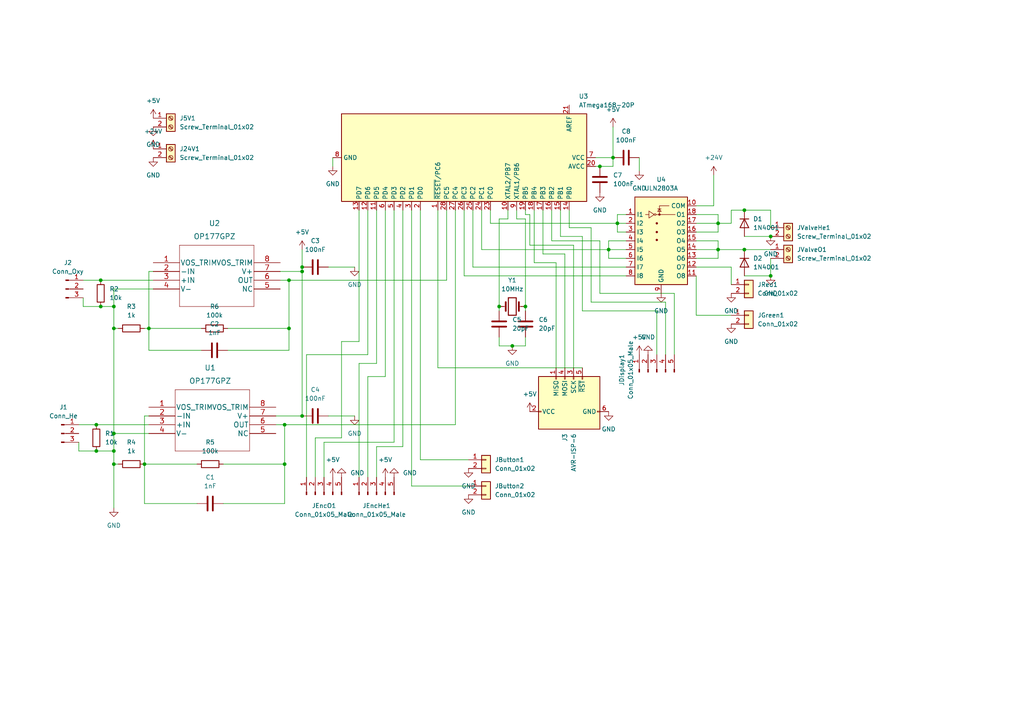
<source format=kicad_sch>
(kicad_sch (version 20211123) (generator eeschema)
  (paper "A4")
  (title_block (title "BlenderBrain") (date "2022-11-13") (rev "1"))
  (lib_symbols
    (symbol "2022-11-13_20-19-24:OP177GPZ" (pin_names (offset 0.254))
      (property "Reference" "U1" (at 38.1 11.43 0))
      (property "Value" "OP177GPZ" (at 38.1 7.62 0))
      (symbol "OP177GPZ_1_1"
        (polyline (pts (xy 27.94 -12.7) (xy 49.53 -12.7)) (stroke (width 0.127)))
        (polyline (pts (xy 27.94 5.08) (xy 27.94 -12.7)) (stroke (width 0.127)))
        (polyline (pts (xy 49.53 -12.7) (xy 49.53 5.08)) (stroke (width 0.127)))
        (polyline (pts (xy 49.53 5.08) (xy 27.94 5.08)) (stroke (width 0.127)))
        (pin unspecified line (at 20.32 0 0) (length 7.62) (name "VOS_TRIM") (number "1"))
        (pin unspecified line (at 20.32 -2.54 0) (length 7.62) (name "-IN") (number "2"))
        (pin unspecified line (at 20.32 -5.08 0) (length 7.62) (name "+IN") (number "3"))
        (pin power_in line (at 20.32 -7.62 0) (length 7.62) (name "V-") (number "4"))
        (pin unspecified line (at 57.15 -7.62 180) (length 7.62) (name "NC") (number "5"))
        (pin unspecified line (at 57.15 -5.08 180) (length 7.62) (name "OUT") (number "6"))
        (pin power_in line (at 57.15 -2.54 180) (length 7.62) (name "V+") (number "7"))
        (pin power_in line (at 57.15 0 180) (length 7.62) (name "VOS_TRIM") (number "8"))
      )
    )
    (symbol "Connector:AVR-ISP-6" (pin_names (offset 1.016))
      (property "Reference" "J" (at -6.35 11.43 0))
      (property "Value" "AVR-ISP-6" (at 0 11.43 0))
      (symbol "AVR-ISP-6_0_1"
        (rectangle (start -2.667 -6.858) (end -2.413 -7.62))
        (rectangle (start -2.667 10.16) (end -2.413 9.398))
        (rectangle (start 7.62 -2.413) (end 6.858 -2.667))
        (rectangle (start 7.62 0.127) (end 6.858 -0.127))
        (rectangle (start 7.62 2.667) (end 6.858 2.413))
        (rectangle (start 7.62 5.207) (end 6.858 4.953))
        (rectangle (start 7.62 10.16) (end -7.62 -7.62) (stroke (width 0.254)) (fill (type background)))
      )
      (symbol "AVR-ISP-6_1_1"
        (pin passive line (at 10.16 5.08 180) (length 2.54) (name "MISO") (number "1"))
        (pin passive line (at -2.54 12.7 270) (length 2.54) (name "VCC") (number "2"))
        (pin passive line (at 10.16 0 180) (length 2.54) (name "SCK") (number "3"))
        (pin passive line (at 10.16 2.54 180) (length 2.54) (name "MOSI") (number "4"))
        (pin passive line (at 10.16 -2.54 180) (length 2.54) (name "~{RST}") (number "5"))
        (pin passive line (at -2.54 -10.16 90) (length 2.54) (name "GND") (number "6"))
      )
    )
    (symbol "Connector:Conn_01x03_Male" (pin_names (offset 1.016) hide)
      (property "Reference" "J" (at 0 5.08 0))
      (property "Value" "Conn_01x03_Male" (at 0 -5.08 0))
      (symbol "Conn_01x03_Male_1_1"
        (polyline (pts (xy 1.27 -2.54) (xy 0.8636 -2.54)) (stroke (width 0.1524)))
        (polyline (pts (xy 1.27 0) (xy 0.8636 0)) (stroke (width 0.1524)))
        (polyline (pts (xy 1.27 2.54) (xy 0.8636 2.54)) (stroke (width 0.1524)))
        (rectangle (start 0.8636 -2.413) (end 0 -2.667) (stroke (width 0.1524)) (fill (type outline)))
        (rectangle (start 0.8636 0.127) (end 0 -0.127) (stroke (width 0.1524)) (fill (type outline)))
        (rectangle (start 0.8636 2.667) (end 0 2.413) (stroke (width 0.1524)) (fill (type outline)))
        (pin passive line (at 5.08 2.54 180) (length 3.81) (name "Pin_1") (number "1"))
        (pin passive line (at 5.08 0 180) (length 3.81) (name "Pin_2") (number "2"))
        (pin passive line (at 5.08 -2.54 180) (length 3.81) (name "Pin_3") (number "3"))
      )
    )
    (symbol "Connector:Conn_01x05_Male" (pin_names (offset 1.016) hide)
      (property "Reference" "J" (at 0 7.62 0))
      (property "Value" "Conn_01x05_Male" (at 0 -7.62 0))
      (symbol "Conn_01x05_Male_1_1"
        (polyline (pts (xy 1.27 -5.08) (xy 0.8636 -5.08)) (stroke (width 0.1524)))
        (polyline (pts (xy 1.27 -2.54) (xy 0.8636 -2.54)) (stroke (width 0.1524)))
        (polyline (pts (xy 1.27 0) (xy 0.8636 0)) (stroke (width 0.1524)))
        (polyline (pts (xy 1.27 2.54) (xy 0.8636 2.54)) (stroke (width 0.1524)))
        (polyline (pts (xy 1.27 5.08) (xy 0.8636 5.08)) (stroke (width 0.1524)))
        (rectangle (start 0.8636 -4.953) (end 0 -5.207) (stroke (width 0.1524)) (fill (type outline)))
        (rectangle (start 0.8636 -2.413) (end 0 -2.667) (stroke (width 0.1524)) (fill (type outline)))
        (rectangle (start 0.8636 0.127) (end 0 -0.127) (stroke (width 0.1524)) (fill (type outline)))
        (rectangle (start 0.8636 2.667) (end 0 2.413) (stroke (width 0.1524)) (fill (type outline)))
        (rectangle (start 0.8636 5.207) (end 0 4.953) (stroke (width 0.1524)) (fill (type outline)))
        (pin passive line (at 5.08 5.08 180) (length 3.81) (name "Pin_1") (number "1"))
        (pin passive line (at 5.08 2.54 180) (length 3.81) (name "Pin_2") (number "2"))
        (pin passive line (at 5.08 0 180) (length 3.81) (name "Pin_3") (number "3"))
        (pin passive line (at 5.08 -2.54 180) (length 3.81) (name "Pin_4") (number "4"))
        (pin passive line (at 5.08 -5.08 180) (length 3.81) (name "Pin_5") (number "5"))
      )
    )
    (symbol "Connector:Screw_Terminal_01x02" (pin_names (offset 1.016) hide)
      (property "Reference" "J" (at 0 2.54 0))
      (property "Value" "Screw_Terminal_01x02" (at 0 -5.08 0))
      (symbol "Screw_Terminal_01x02_1_1"
        (rectangle (start -1.27 1.27) (end 1.27 -3.81) (stroke (width 0.254)) (fill (type background)))
        (circle (center 0 -2.54) (radius 0.635) (stroke (width 0.1524)))
        (polyline (pts (xy -0.5334 -2.2098) (xy 0.3302 -3.048)) (stroke (width 0.1524)))
        (polyline (pts (xy -0.5334 0.3302) (xy 0.3302 -0.508)) (stroke (width 0.1524)))
        (polyline (pts (xy -0.3556 -2.032) (xy 0.508 -2.8702)) (stroke (width 0.1524)))
        (polyline (pts (xy -0.3556 0.508) (xy 0.508 -0.3302)) (stroke (width 0.1524)))
        (circle (center 0 0) (radius 0.635) (stroke (width 0.1524)))
        (pin passive line (at -5.08 0 0) (length 3.81) (name "Pin_1") (number "1"))
        (pin passive line (at -5.08 -2.54 0) (length 3.81) (name "Pin_2") (number "2"))
      )
    )
    (symbol "Connector_Generic:Conn_01x02" (pin_names (offset 1.016) hide)
      (property "Reference" "J" (at 0 2.54 0))
      (property "Value" "Conn_01x02" (at 0 -5.08 0))
      (symbol "Conn_01x02_1_1"
        (rectangle (start -1.27 -2.413) (end 0 -2.667) (stroke (width 0.1524)))
        (rectangle (start -1.27 0.127) (end 0 -0.127) (stroke (width 0.1524)))
        (rectangle (start -1.27 1.27) (end 1.27 -3.81) (stroke (width 0.254)) (fill (type background)))
        (pin passive line (at -5.08 0 0) (length 3.81) (name "Pin_1") (number "1"))
        (pin passive line (at -5.08 -2.54 0) (length 3.81) (name "Pin_2") (number "2"))
      )
    )
    (symbol "Device:C" (pin_numbers hide) (pin_names (offset 0.254))
      (property "Reference" "C" (at 0.635 2.54 0))
      (property "Value" "C" (at 0.635 -2.54 0))
      (symbol "C_0_1"
        (polyline (pts (xy -2.032 -0.762) (xy 2.032 -0.762)) (stroke (width 0.508)))
        (polyline (pts (xy -2.032 0.762) (xy 2.032 0.762)) (stroke (width 0.508)))
      )
      (symbol "C_1_1"
        (pin passive line (at 0 3.81 270) (length 2.794) (name "~") (number "1"))
        (pin passive line (at 0 -3.81 90) (length 2.794) (name "~") (number "2"))
      )
    )
    (symbol "Device:Crystal" (pin_numbers hide) (pin_names (offset 1.016) hide)
      (property "Reference" "Y" (at 0 3.81 0))
      (property "Value" "Crystal" (at 0 -3.81 0))
      (symbol "Crystal_0_1"
        (rectangle (start -1.143 2.54) (end 1.143 -2.54) (stroke (width 0.3048)))
        (polyline (pts (xy -2.54 0) (xy -1.905 0)))
        (polyline (pts (xy -1.905 -1.27) (xy -1.905 1.27)) (stroke (width 0.508)))
        (polyline (pts (xy 1.905 -1.27) (xy 1.905 1.27)) (stroke (width 0.508)))
        (polyline (pts (xy 2.54 0) (xy 1.905 0)))
      )
      (symbol "Crystal_1_1"
        (pin passive line (at -3.81 0 0) (length 1.27) (name "1") (number "1"))
        (pin passive line (at 3.81 0 180) (length 1.27) (name "2") (number "2"))
      )
    )
    (symbol "Device:R" (pin_numbers hide) (pin_names (offset 0))
      (property "Reference" "R" (at 2.032 0 90))
      (property "Value" "R" (at 0 0 90))
      (symbol "R_0_1"
        (rectangle (start -1.016 -2.54) (end 1.016 2.54) (stroke (width 0.254)))
      )
      (symbol "R_1_1"
        (pin passive line (at 0 3.81 270) (length 1.27) (name "~") (number "1"))
        (pin passive line (at 0 -3.81 90) (length 1.27) (name "~") (number "2"))
      )
    )
    (symbol "Diode:1N4001" (pin_numbers hide) (pin_names hide)
      (property "Reference" "D" (at 0 2.54 0))
      (property "Value" "1N4001" (at 0 -2.54 0))
      (symbol "1N4001_0_1"
        (polyline (pts (xy -1.27 1.27) (xy -1.27 -1.27)) (stroke (width 0.254)))
        (polyline (pts (xy 1.27 0) (xy -1.27 0)))
        (polyline (pts (xy 1.27 1.27) (xy 1.27 -1.27) (xy -1.27 0) (xy 1.27 1.27)) (stroke (width 0.254)))
      )
      (symbol "1N4001_1_1"
        (pin passive line (at -3.81 0 0) (length 2.54) (name "K") (number "1"))
        (pin passive line (at 3.81 0 180) (length 2.54) (name "A") (number "2"))
      )
    )
    (symbol "MCU_Microchip_ATmega:ATmega168-20P"
      (property "Reference" "U" (at -12.7 36.83 0))
      (property "Value" "ATmega168-20P" (at 2.54 -36.83 0))
      (symbol "ATmega168-20P_0_1"
        (rectangle (start -12.7 -35.56) (end 12.7 35.56) (stroke (width 0.254)) (fill (type background)))
      )
      (symbol "ATmega168-20P_1_1"
        (pin bidirectional line (at 15.24 -7.62 180) (length 2.54) (name "~{RESET}/PC6") (number "1"))
        (pin bidirectional line (at 15.24 12.7 180) (length 2.54) (name "XTAL2/PB7") (number "10"))
        (pin bidirectional line (at 15.24 -25.4 180) (length 2.54) (name "PD5") (number "11"))
        (pin bidirectional line (at 15.24 -27.94 180) (length 2.54) (name "PD6") (number "12"))
        (pin bidirectional line (at 15.24 -30.48 180) (length 2.54) (name "PD7") (number "13"))
        (pin bidirectional line (at 15.24 30.48 180) (length 2.54) (name "PB0") (number "14"))
        (pin bidirectional line (at 15.24 27.94 180) (length 2.54) (name "PB1") (number "15"))
        (pin bidirectional line (at 15.24 25.4 180) (length 2.54) (name "PB2") (number "16"))
        (pin bidirectional line (at 15.24 22.86 180) (length 2.54) (name "PB3") (number "17"))
        (pin bidirectional line (at 15.24 20.32 180) (length 2.54) (name "PB4") (number "18"))
        (pin bidirectional line (at 15.24 17.78 180) (length 2.54) (name "PB5") (number "19"))
        (pin bidirectional line (at 15.24 -12.7 180) (length 2.54) (name "PD0") (number "2"))
        (pin power_in line (at 2.54 38.1 270) (length 2.54) (name "AVCC") (number "20"))
        (pin passive line (at -15.24 30.48 0) (length 2.54) (name "AREF") (number "21"))
        (pin passive line (at 0 -38.1 90) (length 2.54) hide (name "GND") (number "22"))
        (pin bidirectional line (at 15.24 7.62 180) (length 2.54) (name "PC0") (number "23"))
        (pin bidirectional line (at 15.24 5.08 180) (length 2.54) (name "PC1") (number "24"))
        (pin bidirectional line (at 15.24 2.54 180) (length 2.54) (name "PC2") (number "25"))
        (pin bidirectional line (at 15.24 0 180) (length 2.54) (name "PC3") (number "26"))
        (pin bidirectional line (at 15.24 -2.54 180) (length 2.54) (name "PC4") (number "27"))
        (pin bidirectional line (at 15.24 -5.08 180) (length 2.54) (name "PC5") (number "28"))
        (pin bidirectional line (at 15.24 -15.24 180) (length 2.54) (name "PD1") (number "3"))
        (pin bidirectional line (at 15.24 -17.78 180) (length 2.54) (name "PD2") (number "4"))
        (pin bidirectional line (at 15.24 -20.32 180) (length 2.54) (name "PD3") (number "5"))
        (pin bidirectional line (at 15.24 -22.86 180) (length 2.54) (name "PD4") (number "6"))
        (pin power_in line (at 0 38.1 270) (length 2.54) (name "VCC") (number "7"))
        (pin power_in line (at 0 -38.1 90) (length 2.54) (name "GND") (number "8"))
        (pin bidirectional line (at 15.24 15.24 180) (length 2.54) (name "XTAL1/PB6") (number "9"))
      )
    )
    (symbol "OP177GPZ_1" (pin_names (offset 0.254))
      (property "Reference" "U2" (at 38.1 11.43 0))
      (property "Value" "OP177GPZ_1" (at 38.1 7.62 0))
      (symbol "OP177GPZ_1_1_1"
        (polyline (pts (xy 27.94 -12.7) (xy 49.53 -12.7)) (stroke (width 0.127)))
        (polyline (pts (xy 27.94 5.08) (xy 27.94 -12.7)) (stroke (width 0.127)))
        (polyline (pts (xy 49.53 -12.7) (xy 49.53 5.08)) (stroke (width 0.127)))
        (polyline (pts (xy 49.53 5.08) (xy 27.94 5.08)) (stroke (width 0.127)))
        (pin unspecified line (at 20.32 0 0) (length 7.62) (name "VOS_TRIM") (number "1"))
        (pin unspecified line (at 20.32 -2.54 0) (length 7.62) (name "-IN") (number "2"))
        (pin unspecified line (at 20.32 -5.08 0) (length 7.62) (name "+IN") (number "3"))
        (pin power_in line (at 20.32 -7.62 0) (length 7.62) (name "V-") (number "4"))
        (pin unspecified line (at 57.15 -7.62 180) (length 7.62) (name "NC") (number "5"))
        (pin unspecified line (at 57.15 -5.08 180) (length 7.62) (name "OUT") (number "6"))
        (pin power_in line (at 57.15 -2.54 180) (length 7.62) (name "V+") (number "7"))
        (pin power_in line (at 57.15 0 180) (length 7.62) (name "VOS_TRIM") (number "8"))
      )
    )
    (symbol "Transistor_Array:ULN2803A"
      (property "Reference" "U" (at 0 13.335 0))
      (property "Value" "ULN2803A" (at 0 11.43 0))
      (symbol "ULN2803A_0_1"
        (rectangle (start -7.62 -15.24) (end 7.62 10.16) (stroke (width 0.254)) (fill (type background)))
        (circle (center -1.778 5.08) (radius 0.254))
        (circle (center -1.27 -2.286) (radius 0.254) (fill (type outline)))
        (circle (center -1.27 0) (radius 0.254) (fill (type outline)))
        (circle (center -1.27 2.54) (radius 0.254) (fill (type outline)))
        (circle (center -0.508 5.08) (radius 0.254) (fill (type outline)))
        (polyline (pts (xy -4.572 5.08) (xy -3.556 5.08)))
        (polyline (pts (xy -1.524 5.08) (xy 4.064 5.08)))
        (polyline (pts (xy 0 6.731) (xy -1.016 6.731)))
        (polyline (pts (xy -0.508 5.08) (xy -0.508 7.62) (xy 2.286 7.62)))
        (polyline (pts (xy -3.556 6.096) (xy -3.556 4.064) (xy -2.032 5.08) (xy -3.556 6.096)))
        (polyline (pts (xy 0 5.969) (xy -1.016 5.969) (xy -0.508 6.731) (xy 0 5.969)))
      )
      (symbol "ULN2803A_1_1"
        (pin input line (at -10.16 5.08 0) (length 2.54) (name "I1") (number "1"))
        (pin passive line (at 10.16 7.62 180) (length 2.54) (name "COM") (number "10"))
        (pin open_collector line (at 10.16 -12.7 180) (length 2.54) (name "O8") (number "11"))
        (pin open_collector line (at 10.16 -10.16 180) (length 2.54) (name "O7") (number "12"))
        (pin open_collector line (at 10.16 -7.62 180) (length 2.54) (name "O6") (number "13"))
        (pin open_collector line (at 10.16 -5.08 180) (length 2.54) (name "O5") (number "14"))
        (pin open_collector line (at 10.16 -2.54 180) (length 2.54) (name "O4") (number "15"))
        (pin open_collector line (at 10.16 0 180) (length 2.54) (name "O3") (number "16"))
        (pin open_collector line (at 10.16 2.54 180) (length 2.54) (name "O2") (number "17"))
        (pin open_collector line (at 10.16 5.08 180) (length 2.54) (name "O1") (number "18"))
        (pin input line (at -10.16 2.54 0) (length 2.54) (name "I2") (number "2"))
        (pin input line (at -10.16 0 0) (length 2.54) (name "I3") (number "3"))
        (pin input line (at -10.16 -2.54 0) (length 2.54) (name "I4") (number "4"))
        (pin input line (at -10.16 -5.08 0) (length 2.54) (name "I5") (number "5"))
        (pin input line (at -10.16 -7.62 0) (length 2.54) (name "I6") (number "6"))
        (pin input line (at -10.16 -10.16 0) (length 2.54) (name "I7") (number "7"))
        (pin input line (at -10.16 -12.7 0) (length 2.54) (name "I8") (number "8"))
        (pin power_in line (at 0 -17.78 90) (length 2.54) (name "GND") (number "9"))
      )
    )
    (symbol "power:+24V" (power) (pin_names (offset 0))
      (property "Value" "+24V" (at 0 3.556 0))
      (symbol "+24V_0_1"
        (polyline (pts (xy -0.762 1.27) (xy 0 2.54)))
        (polyline (pts (xy 0 0) (xy 0 2.54)))
        (polyline (pts (xy 0 2.54) (xy 0.762 1.27)))
      )
      (symbol "+24V_1_1"
        (pin power_in line (at 0 0 90) (length 0) hide (name "+24V") (number "1"))
      )
    )
    (symbol "power:+5V" (power) (pin_names (offset 0))
      (property "Value" "+5V" (at 0 3.556 0))
      (symbol "+5V_0_1"
        (polyline (pts (xy -0.762 1.27) (xy 0 2.54)))
        (polyline (pts (xy 0 0) (xy 0 2.54)))
        (polyline (pts (xy 0 2.54) (xy 0.762 1.27)))
      )
      (symbol "+5V_1_1"
        (pin power_in line (at 0 0 90) (length 0) hide (name "+5V") (number "1"))
      )
    )
    (symbol "power:GND" (power) (pin_names (offset 0))
      (property "Value" "GND" (at 0 -3.81 0))
      (symbol "GND_0_1"
        (polyline (pts (xy 0 0) (xy 0 -1.27) (xy 1.27 -1.27) (xy 0 -2.54) (xy -1.27 -1.27) (xy 0 -1.27)))
      )
      (symbol "GND_1_1"
        (pin power_in line (at 0 0 270) (length 0) hide (name "GND") (number "1"))
      )
    )
  )
  (junction (at 179.07 64.77))
  (junction (at 223.52 80.01))
  (junction (at 215.9 72.39))
  (junction (at 148.59 100.33))
  (junction (at 87.63 77.47))
  (junction (at 33.02 95.25))
  (junction (at 82.55 134.62))
  (junction (at 33.02 125.73))
  (junction (at 208.28 64.77))
  (junction (at 41.91 134.62))
  (junction (at 27.94 130.81))
  (junction (at 29.21 81.28))
  (junction (at 33.02 88.9))
  (junction (at 223.52 68.58))
  (junction (at 144.78 88.9))
  (junction (at 29.21 88.9))
  (junction (at 43.18 95.25))
  (junction (at 176.53 72.39))
  (junction (at 177.8 45.72))
  (junction (at 33.02 134.62))
  (junction (at 208.28 72.39))
  (junction (at 87.63 78.74))
  (junction (at 83.82 95.25))
  (junction (at 27.94 123.19))
  (junction (at 33.02 130.81))
  (junction (at 82.55 123.19))
  (junction (at 87.63 120.65))
  (junction (at 173.99 48.26))
  (junction (at 215.9 60.96))
  (junction (at 152.4 88.9))
  (junction (at 83.82 81.28))
  (wire (pts (xy 201.93 72.39) (xy 208.28 72.39)))
  (wire (pts (xy 144.78 88.9) (xy 144.78 90.17)))
  (wire (pts (xy 64.77 146.05) (xy 82.55 146.05)))
  (wire (pts (xy 171.45 66.04) (xy 165.1 66.04)))
  (wire (pts (xy 162.56 68.58) (xy 162.56 60.96)))
  (wire (pts (xy 87.63 78.74) (xy 81.28 78.74)))
  (wire (pts (xy 34.29 134.62) (xy 33.02 134.62)))
  (wire (pts (xy 166.37 71.12) (xy 153.67 71.12)))
  (wire (pts (xy 160.02 69.85) (xy 173.99 69.85)))
  (wire (pts (xy 173.99 85.09) (xy 195.58 85.09)))
  (wire (pts (xy 111.76 109.22) (xy 111.76 60.96)))
  (wire (pts (xy 163.83 73.66) (xy 163.83 106.68)))
  (wire (pts (xy 27.94 123.19) (xy 43.18 123.19)))
  (wire (pts (xy 43.18 120.65) (xy 41.91 120.65)))
  (wire (pts (xy 181.61 74.93) (xy 176.53 74.93)))
  (wire (pts (xy 24.13 86.36) (xy 24.13 88.9)))
  (wire (pts (xy 185.42 45.72) (xy 185.42 49.53)))
  (wire (pts (xy 29.21 88.9) (xy 33.02 88.9)))
  (wire (pts (xy 168.91 68.58) (xy 162.56 68.58)))
  (wire (pts (xy 208.28 72.39) (xy 215.9 72.39)))
  (wire (pts (xy 212.09 77.47) (xy 212.09 82.55)))
  (wire (pts (xy 142.24 64.77) (xy 142.24 60.96)))
  (wire (pts (xy 106.68 138.43) (xy 106.68 109.22)))
  (wire (pts (xy 88.9 102.87) (xy 106.68 102.87)))
  (wire (pts (xy 64.77 134.62) (xy 82.55 134.62)))
  (wire (pts (xy 152.4 63.5) (xy 152.4 88.9)))
  (wire (pts (xy 177.8 36.83) (xy 177.8 45.72)))
  (wire (pts (xy 201.93 62.23) (xy 208.28 62.23)))
  (wire (pts (xy 181.61 67.31) (xy 179.07 67.31)))
  (wire (pts (xy 223.52 66.04) (xy 223.52 60.96)))
  (wire (pts (xy 33.02 130.81) (xy 33.02 134.62)))
  (wire (pts (xy 27.94 130.81) (xy 33.02 130.81)))
  (wire (pts (xy 43.18 95.25) (xy 58.42 95.25)))
  (wire (pts (xy 201.93 91.44) (xy 212.09 91.44)))
  (wire (pts (xy 82.55 123.19) (xy 132.08 123.19)))
  (wire (pts (xy 223.52 80.01) (xy 223.52 74.93)))
  (wire (pts (xy 33.02 95.25) (xy 34.29 95.25)))
  (wire (pts (xy 104.14 105.41) (xy 109.22 105.41)))
  (wire (pts (xy 215.9 68.58) (xy 223.52 68.58)))
  (wire (pts (xy 41.91 134.62) (xy 57.15 134.62)))
  (wire (pts (xy 147.32 60.96) (xy 147.32 63.5)))
  (wire (pts (xy 176.53 72.39) (xy 176.53 69.85)))
  (wire (pts (xy 144.78 97.79) (xy 144.78 100.33)))
  (wire (pts (xy 149.86 60.96) (xy 149.86 63.5)))
  (wire (pts (xy 41.91 95.25) (xy 43.18 95.25)))
  (wire (pts (xy 83.82 81.28) (xy 129.54 81.28)))
  (wire (pts (xy 201.93 74.93) (xy 208.28 74.93)))
  (wire (pts (xy 207.01 50.8) (xy 207.01 59.69)))
  (wire (pts (xy 181.61 62.23) (xy 179.07 62.23)))
  (wire (pts (xy 179.07 67.31) (xy 179.07 64.77)))
  (wire (pts (xy 173.99 69.85) (xy 173.99 85.09)))
  (wire (pts (xy 114.3 128.27) (xy 114.3 60.96)))
  (wire (pts (xy 29.21 81.28) (xy 44.45 81.28)))
  (wire (pts (xy 208.28 62.23) (xy 208.28 64.77)))
  (wire (pts (xy 195.58 85.09) (xy 195.58 102.87)))
  (wire (pts (xy 96.52 45.72) (xy 96.52 48.26)))
  (wire (pts (xy 22.86 130.81) (xy 27.94 130.81)))
  (wire (pts (xy 132.08 60.96) (xy 132.08 123.19)))
  (wire (pts (xy 22.86 123.19) (xy 27.94 123.19)))
  (wire (pts (xy 93.98 138.43) (xy 93.98 128.27)))
  (wire (pts (xy 208.28 67.31) (xy 208.28 64.77)))
  (wire (pts (xy 66.04 101.6) (xy 83.82 101.6)))
  (wire (pts (xy 176.53 74.93) (xy 176.53 72.39)))
  (wire (pts (xy 82.55 134.62) (xy 82.55 146.05)))
  (wire (pts (xy 81.28 81.28) (xy 83.82 81.28)))
  (wire (pts (xy 193.04 87.63) (xy 171.45 87.63)))
  (wire (pts (xy 91.44 127) (xy 99.06 127)))
  (wire (pts (xy 201.93 69.85) (xy 208.28 69.85)))
  (wire (pts (xy 161.29 76.2) (xy 154.94 76.2)))
  (wire (pts (xy 116.84 60.96) (xy 116.84 129.54)))
  (wire (pts (xy 152.4 97.79) (xy 152.4 100.33)))
  (wire (pts (xy 181.61 72.39) (xy 176.53 72.39)))
  (wire (pts (xy 201.93 64.77) (xy 208.28 64.77)))
  (wire (pts (xy 109.22 138.43) (xy 109.22 129.54)))
  (wire (pts (xy 41.91 134.62) (xy 41.91 146.05)))
  (wire (pts (xy 208.28 74.93) (xy 208.28 72.39)))
  (wire (pts (xy 190.5 90.17) (xy 168.91 90.17)))
  (wire (pts (xy 201.93 80.01) (xy 201.93 91.44)))
  (wire (pts (xy 168.91 90.17) (xy 168.91 68.58)))
  (wire (pts (xy 109.22 129.54) (xy 116.84 129.54)))
  (wire (pts (xy 166.37 106.68) (xy 166.37 71.12)))
  (wire (pts (xy 95.25 77.47) (xy 102.87 77.47)))
  (wire (pts (xy 93.98 128.27) (xy 114.3 128.27)))
  (wire (pts (xy 161.29 106.68) (xy 161.29 76.2)))
  (wire (pts (xy 172.72 48.26) (xy 173.99 48.26)))
  (wire (pts (xy 43.18 125.73) (xy 33.02 125.73)))
  (wire (pts (xy 157.48 60.96) (xy 157.48 73.66)))
  (wire (pts (xy 106.68 109.22) (xy 111.76 109.22)))
  (wire (pts (xy 104.14 60.96) (xy 104.14 99.06)))
  (wire (pts (xy 201.93 77.47) (xy 212.09 77.47)))
  (wire (pts (xy 135.89 140.97) (xy 119.38 140.97)))
  (wire (pts (xy 57.15 146.05) (xy 41.91 146.05)))
  (wire (pts (xy 33.02 95.25) (xy 33.02 125.73)))
  (wire (pts (xy 153.67 71.12) (xy 153.67 62.23)))
  (wire (pts (xy 172.72 45.72) (xy 177.8 45.72)))
  (wire (pts (xy 208.28 69.85) (xy 208.28 72.39)))
  (wire (pts (xy 106.68 102.87) (xy 106.68 60.96)))
  (wire (pts (xy 66.04 95.25) (xy 83.82 95.25)))
  (wire (pts (xy 119.38 140.97) (xy 119.38 60.96)))
  (wire (pts (xy 190.5 102.87) (xy 190.5 90.17)))
  (wire (pts (xy 109.22 105.41) (xy 109.22 60.96)))
  (wire (pts (xy 152.4 100.33) (xy 148.59 100.33)))
  (wire (pts (xy 82.55 123.19) (xy 80.01 123.19)))
  (wire (pts (xy 33.02 125.73) (xy 33.02 130.81)))
  (wire (pts (xy 43.18 101.6) (xy 43.18 95.25)))
  (wire (pts (xy 215.9 60.96) (xy 223.52 60.96)))
  (wire (pts (xy 43.18 78.74) (xy 43.18 95.25)))
  (wire (pts (xy 22.86 128.27) (xy 22.86 130.81)))
  (wire (pts (xy 147.32 63.5) (xy 144.78 63.5)))
  (wire (pts (xy 41.91 120.65) (xy 41.91 134.62)))
  (wire (pts (xy 181.61 80.01) (xy 134.62 80.01)))
  (wire (pts (xy 212.09 60.96) (xy 212.09 64.77)))
  (wire (pts (xy 152.4 62.23) (xy 152.4 60.96)))
  (wire (pts (xy 127 60.96) (xy 127 106.68)))
  (wire (pts (xy 154.94 76.2) (xy 154.94 60.96)))
  (wire (pts (xy 24.13 88.9) (xy 29.21 88.9)))
  (wire (pts (xy 177.8 48.26) (xy 177.8 45.72)))
  (wire (pts (xy 33.02 88.9) (xy 33.02 95.25)))
  (wire (pts (xy 179.07 64.77) (xy 142.24 64.77)))
  (wire (pts (xy 181.61 69.85) (xy 176.53 69.85)))
  (wire (pts (xy 135.89 133.35) (xy 121.92 133.35)))
  (wire (pts (xy 179.07 64.77) (xy 181.61 64.77)))
  (wire (pts (xy 129.54 60.96) (xy 129.54 81.28)))
  (wire (pts (xy 215.9 72.39) (xy 223.52 72.39)))
  (wire (pts (xy 134.62 80.01) (xy 134.62 60.96)))
  (wire (pts (xy 83.82 101.6) (xy 83.82 95.25)))
  (wire (pts (xy 80.01 120.65) (xy 87.63 120.65)))
  (wire (pts (xy 153.67 62.23) (xy 152.4 62.23)))
  (wire (pts (xy 121.92 133.35) (xy 121.92 60.96)))
  (wire (pts (xy 33.02 134.62) (xy 33.02 147.32)))
  (wire (pts (xy 87.63 78.74) (xy 87.63 120.65)))
  (wire (pts (xy 179.07 64.77) (xy 179.07 62.23)))
  (wire (pts (xy 201.93 67.31) (xy 208.28 67.31)))
  (wire (pts (xy 88.9 138.43) (xy 88.9 102.87)))
  (wire (pts (xy 181.61 77.47) (xy 137.16 77.47)))
  (wire (pts (xy 212.09 64.77) (xy 208.28 64.77)))
  (wire (pts (xy 82.55 134.62) (xy 82.55 123.19)))
  (wire (pts (xy 173.99 48.26) (xy 177.8 48.26)))
  (wire (pts (xy 44.45 78.74) (xy 43.18 78.74)))
  (wire (pts (xy 193.04 102.87) (xy 193.04 87.63)))
  (wire (pts (xy 160.02 60.96) (xy 160.02 69.85)))
  (wire (pts (xy 99.06 127) (xy 99.06 99.06)))
  (wire (pts (xy 24.13 81.28) (xy 29.21 81.28)))
  (wire (pts (xy 144.78 63.5) (xy 144.78 88.9)))
  (wire (pts (xy 215.9 80.01) (xy 223.52 80.01)))
  (wire (pts (xy 139.7 72.39) (xy 139.7 60.96)))
  (wire (pts (xy 171.45 87.63) (xy 171.45 66.04)))
  (wire (pts (xy 44.45 83.82) (xy 33.02 83.82)))
  (wire (pts (xy 99.06 99.06) (xy 104.14 99.06)))
  (wire (pts (xy 83.82 95.25) (xy 83.82 81.28)))
  (wire (pts (xy 87.63 77.47) (xy 87.63 78.74)))
  (wire (pts (xy 87.63 72.39) (xy 87.63 77.47)))
  (wire (pts (xy 91.44 138.43) (xy 91.44 127)))
  (wire (pts (xy 137.16 77.47) (xy 137.16 60.96)))
  (wire (pts (xy 149.86 63.5) (xy 152.4 63.5)))
  (wire (pts (xy 176.53 72.39) (xy 139.7 72.39)))
  (wire (pts (xy 33.02 83.82) (xy 33.02 88.9)))
  (wire (pts (xy 104.14 105.41) (xy 104.14 138.43)))
  (wire (pts (xy 58.42 101.6) (xy 43.18 101.6)))
  (wire (pts (xy 212.09 60.96) (xy 215.9 60.96)))
  (wire (pts (xy 157.48 73.66) (xy 163.83 73.66)))
  (wire (pts (xy 165.1 66.04) (xy 165.1 60.96)))
  (wire (pts (xy 127 106.68) (xy 168.91 106.68)))
  (wire (pts (xy 152.4 88.9) (xy 152.4 90.17)))
  (wire (pts (xy 207.01 59.69) (xy 201.93 59.69)))
  (wire (pts (xy 144.78 100.33) (xy 148.59 100.33)))
  (wire (pts (xy 95.25 120.65) (xy 102.87 120.65)))
  (symbol (lib_id "power:GND") (at 212.09 93.98 0) (unit 1)
    (property "Reference" "#PWR027" (effects hide))
    (property "Value" "GND" (at 212.09 99.06 0))
  )
  (symbol (lib_id "power:GND") (at 223.52 80.01 0) (unit 1)
    (property "Reference" "#PWR029" (effects hide))
    (property "Value" "GND" (at 223.52 85.09 0))
  )
  (symbol (lib_id "power:GND") (at 114.3 138.43 180) (unit 1)
    (property "Reference" "#PWR013" (effects hide))
    (property "Value" "GND" (at 116.84 137.1599 0) (effects (justify right)))
  )
  (symbol (lib_id "power:GND") (at 33.02 147.32 0) (unit 1)
    (property "Reference" "#PWR01" (effects hide))
    (property "Value" "GND" (at 33.02 152.4 0))
  )
  (symbol (lib_id "Device:Crystal") (at 148.59 88.9 0) (unit 1)
    (property "Reference" "Y1" (at 148.59 81.28 0))
    (property "Value" "10MHz" (at 148.59 83.82 0))
    (property "Footprint" "Crystal:Resonator-2Pin_W7.0mm_H2.5mm" (effects hide))
  )
  (symbol (lib_id "power:GND") (at 176.53 119.38 0) (unit 1)
    (property "Reference" "#PWR019" (effects hide))
    (property "Value" "GND" (at 176.53 124.46 0))
  )
  (symbol (lib_id "Device:C") (at 181.61 45.72 90) (unit 1)
    (property "Reference" "C8" (at 181.61 38.1 90))
    (property "Value" "100nF" (at 181.61 40.64 90))
    (property "Footprint" "Capacitor_THT:C_Disc_D4.3mm_W1.9mm_P5.00mm" (effects hide))
  )
  (symbol (lib_id "Diode:1N4001") (at 215.9 64.77 270) (unit 1)
    (property "Reference" "D1" (at 218.44 63.4999 90) (effects (justify left)))
    (property "Value" "1N4001" (at 218.44 66.0399 90) (effects (justify left)))
    (property "Footprint" "Diode_THT:D_DO-41_SOD81_P10.16mm_Horizontal" (effects hide))
    (property "Datasheet" "http://www.vishay.com/docs/88503/1n4001.pdf" (effects hide))
  )
  (symbol (lib_id "Device:C") (at 62.23 101.6 90) (unit 1)
    (property "Reference" "C2" (at 62.23 93.98 90))
    (property "Value" "1nF" (at 62.23 96.52 90))
    (property "Footprint" "Capacitor_THT:C_Disc_D4.3mm_W1.9mm_P5.00mm" (effects hide))
  )
  (symbol (lib_id "Device:C") (at 152.4 93.98 0) (unit 1)
    (property "Reference" "C6" (at 156.21 92.7099 0) (effects (justify left)))
    (property "Value" "20pF" (at 156.21 95.2499 0) (effects (justify left)))
    (property "Footprint" "Capacitor_THT:C_Disc_D4.3mm_W1.9mm_P5.00mm" (effects hide))
  )
  (symbol (lib_id "power:+5V") (at 153.67 119.38 0) (unit 1)
    (property "Reference" "#PWR017" (effects hide))
    (property "Value" "+5V" (at 153.67 114.3 0))
  )
  (symbol (lib_id "power:GND") (at 96.52 48.26 0) (unit 1)
    (property "Reference" "#PWR07" (effects hide))
    (property "Value" "GND" (at 96.52 53.34 0))
  )
  (symbol (lib_id "Diode:1N4001") (at 215.9 76.2 270) (unit 1)
    (property "Reference" "D2" (at 218.44 74.9299 90) (effects (justify left)))
    (property "Value" "1N4001" (at 218.44 77.4699 90) (effects (justify left)))
    (property "Footprint" "Diode_THT:D_DO-41_SOD81_P10.16mm_Horizontal" (effects hide))
    (property "Datasheet" "http://www.vishay.com/docs/88503/1n4001.pdf" (effects hide))
  )
  (symbol (lib_id "Device:C") (at 91.44 77.47 90) (unit 1)
    (property "Reference" "C3" (at 91.44 69.85 90))
    (property "Value" "100nF" (at 91.44 72.39 90))
    (property "Footprint" "Capacitor_THT:C_Disc_D4.3mm_W1.9mm_P5.00mm" (effects hide))
  )
  (symbol (lib_id "power:GND") (at 102.87 120.65 0) (unit 1)
    (property "Reference" "#PWR011" (effects hide))
    (property "Value" "GND" (at 102.87 125.73 0))
  )
  (symbol (lib_id "power:+5V") (at 96.52 138.43 0) (unit 1)
    (property "Reference" "#PWR08" (effects hide))
    (property "Value" "+5V" (at 96.52 133.35 0))
  )
  (symbol (lib_id "power:GND") (at 135.89 135.89 0) (unit 1)
    (property "Reference" "#PWR014" (effects hide))
    (property "Value" "GND" (at 135.89 140.97 0))
  )
  (symbol (lib_id "Connector:Conn_01x03_Male") (at 17.78 125.73 0) (unit 1)
    (property "Reference" "J1" (at 18.415 118.11 0))
    (property "Value" "Conn_He" (at 18.415 120.65 0))
    (property "Footprint" "Connector_PinHeader_2.54mm:PinHeader_1x03_P2.54mm_Vertical" (effects hide))
  )
  (symbol (lib_id "power:GND") (at 99.06 138.43 180) (unit 1)
    (property "Reference" "#PWR09" (effects hide))
    (property "Value" "GND" (at 101.6 137.1599 0) (effects (justify right)))
  )
  (symbol (lib_id "power:+24V") (at 207.01 50.8 0) (unit 1)
    (property "Reference" "#PWR025" (effects hide))
    (property "Value" "+24V" (at 207.01 45.72 0))
  )
  (symbol (lib_id "Device:C") (at 144.78 93.98 0) (unit 1)
    (property "Reference" "C5" (at 148.59 92.7099 0) (effects (justify left)))
    (property "Value" "20pF" (at 148.59 95.2499 0) (effects (justify left)))
    (property "Footprint" "Capacitor_THT:C_Disc_D4.3mm_W1.9mm_P5.00mm" (effects hide))
  )
  (symbol (lib_id "power:GND") (at 135.89 143.51 0) (unit 1)
    (property "Reference" "#PWR015" (effects hide))
    (property "Value" "GND" (at 135.89 148.59 0))
  )
  (symbol (lib_name "OP177GPZ_1") (lib_id "2022-11-13_20-19-24:OP177GPZ") (at 24.13 76.2 0) (unit 1)
    (property "Reference" "U2" (at 62.23 64.77 0) (effects (font (size 1.524 1.524))))
    (property "Value" "OP177GPZ" (at 62.23 68.58 0) (effects (font (size 1.524 1.524))))
    (property "Footprint" "Package_DIP:DIP-8_W7.62mm_Socket" (effects hide))
  )
  (symbol (lib_id "Device:R") (at 29.21 85.09 0) (unit 1)
    (property "Reference" "R2" (at 31.75 83.8199 0) (effects (justify left)))
    (property "Value" "10k" (at 31.75 86.3599 0) (effects (justify left)))
    (property "Footprint" "Resistor_THT:R_Axial_DIN0204_L3.6mm_D1.6mm_P7.62mm_Horizontal" (effects hide))
  )
  (symbol (lib_id "power:GND") (at 191.77 85.09 0) (unit 1)
    (property "Reference" "#PWR024" (effects hide))
    (property "Value" "GND" (at 191.77 90.17 0))
  )
  (symbol (lib_id "power:GND") (at 102.87 77.47 0) (unit 1)
    (property "Reference" "#PWR010" (effects hide))
    (property "Value" "GND" (at 102.87 82.55 0))
  )
  (symbol (lib_id "Connector:Screw_Terminal_01x02") (at 49.53 34.29 0) (unit 1)
    (property "Reference" "J5V1" (at 52.07 34.2899 0) (effects (justify left)))
    (property "Value" "Screw_Terminal_01x02" (at 52.07 36.8299 0) (effects (justify left)))
    (property "Footprint" "TerminalBlock:TerminalBlock_bornier-2_P5.08mm" (effects hide))
  )
  (symbol (lib_id "Connector_Generic:Conn_01x02") (at 140.97 140.97 0) (unit 1)
    (property "Reference" "JButton2" (at 143.51 140.9699 0) (effects (justify left)))
    (property "Value" "Conn_01x02" (at 143.51 143.5099 0) (effects (justify left)))
    (property "Footprint" "Connector_PinHeader_2.54mm:PinHeader_1x02_P2.54mm_Vertical" (effects hide))
  )
  (symbol (lib_id "2022-11-13_20-19-24:OP177GPZ") (at 22.86 118.11 0) (unit 1)
    (property "Reference" "U1" (at 60.96 106.68 0) (effects (font (size 1.524 1.524))))
    (property "Value" "OP177GPZ" (at 60.96 110.49 0) (effects (font (size 1.524 1.524))))
    (property "Footprint" "Package_DIP:DIP-8_W7.62mm_Socket" (effects hide))
  )
  (symbol (lib_id "Connector:Conn_01x05_Male") (at 109.22 143.51 90) (unit 1)
    (property "Reference" "JEncHe1" (at 109.22 146.685 90))
    (property "Value" "Conn_01x05_Male" (at 109.22 149.225 90))
    (property "Footprint" "Connector_PinHeader_2.54mm:PinHeader_1x05_P2.54mm_Vertical" (effects hide))
  )
  (symbol (lib_id "Device:C") (at 60.96 146.05 90) (unit 1)
    (property "Reference" "C1" (at 60.96 138.43 90))
    (property "Value" "1nF" (at 60.96 140.97 90))
    (property "Footprint" "Capacitor_THT:C_Disc_D4.3mm_W1.9mm_P5.00mm" (effects hide))
  )
  (symbol (lib_id "Connector_Generic:Conn_01x02") (at 140.97 133.35 0) (unit 1)
    (property "Reference" "JButton1" (at 143.51 133.3499 0) (effects (justify left)))
    (property "Value" "Conn_01x02" (at 143.51 135.8899 0) (effects (justify left)))
    (property "Footprint" "Connector_PinHeader_2.54mm:PinHeader_1x02_P2.54mm_Vertical" (effects hide))
  )
  (symbol (lib_id "power:GND") (at 44.45 45.72 0) (unit 1)
    (property "Reference" "#PWR05" (effects hide))
    (property "Value" "GND" (at 44.45 50.8 0))
  )
  (symbol (lib_id "Device:C") (at 173.99 52.07 180) (unit 1)
    (property "Reference" "C7" (at 177.8 50.7999 0) (effects (justify right)))
    (property "Value" "100nF" (at 177.8 53.3399 0) (effects (justify right)))
    (property "Footprint" "Capacitor_THT:C_Disc_D4.3mm_W1.9mm_P5.00mm" (effects hide))
  )
  (symbol (lib_id "Transistor_Array:ULN2803A") (at 191.77 67.31 0) (unit 1)
    (property "Reference" "U4" (at 191.77 52.07 0))
    (property "Value" "ULN2803A" (at 191.77 54.61 0))
    (property "Footprint" "Package_DIP:DIP-18_W7.62mm_Socket" (effects hide))
    (property "Datasheet" "http://www.ti.com/lit/ds/symlink/uln2803a.pdf" (effects hide))
  )
  (symbol (lib_id "Device:R") (at 27.94 127 0) (unit 1)
    (property "Reference" "R1" (at 30.48 125.7299 0) (effects (justify left)))
    (property "Value" "10k" (at 30.48 128.2699 0) (effects (justify left)))
    (property "Footprint" "Resistor_THT:R_Axial_DIN0204_L3.6mm_D1.6mm_P7.62mm_Horizontal" (effects hide))
  )
  (symbol (lib_id "power:GND") (at 223.52 68.58 0) (unit 1)
    (property "Reference" "#PWR028" (effects hide))
    (property "Value" "GND" (at 223.52 73.66 0))
  )
  (symbol (lib_id "power:GND") (at 44.45 36.83 0) (unit 1)
    (property "Reference" "#PWR03" (effects hide))
    (property "Value" "GND" (at 44.45 41.91 0))
  )
  (symbol (lib_id "MCU_Microchip_ATmega:ATmega168-20P") (at 134.62 45.72 270) (unit 1)
    (property "Reference" "U3" (at 167.8687 27.94 90) (effects (justify left)))
    (property "Value" "ATmega168-20P" (at 167.8687 30.48 90) (effects (justify left)))
    (property "Footprint" "Package_DIP:DIP-28_W7.62mm_Socket" (effects hide))
    (property "Datasheet" "http://ww1.microchip.com/downloads/en/DeviceDoc/Atmel-2545-8-bit-AVR-Microcontroller-ATmega48-88-168_Datasheet.pdf" (effects hide))
  )
  (symbol (lib_id "power:+5V") (at 87.63 72.39 0) (unit 1)
    (property "Reference" "#PWR06" (effects hide))
    (property "Value" "+5V" (at 87.63 67.31 0))
  )
  (symbol (lib_id "power:+24V") (at 44.45 43.18 0) (unit 1)
    (property "Reference" "#PWR04" (effects hide))
    (property "Value" "+24V" (at 44.45 38.1 0))
  )
  (symbol (lib_id "Device:R") (at 62.23 95.25 270) (unit 1)
    (property "Reference" "R6" (at 62.23 88.9 90))
    (property "Value" "100k" (at 62.23 91.44 90))
    (property "Footprint" "Resistor_THT:R_Axial_DIN0204_L3.6mm_D1.6mm_P7.62mm_Horizontal" (effects hide))
  )
  (symbol (lib_id "Connector:Conn_01x05_Male") (at 93.98 143.51 90) (unit 1)
    (property "Reference" "JEncO1" (at 93.98 146.685 90))
    (property "Value" "Conn_01x05_Male" (at 93.98 149.225 90))
    (property "Footprint" "Connector_PinHeader_2.54mm:PinHeader_1x05_P2.54mm_Vertical" (effects hide))
  )
  (symbol (lib_id "Connector_Generic:Conn_01x02") (at 217.17 91.44 0) (unit 1)
    (property "Reference" "JGreen1" (at 219.71 91.4399 0) (effects (justify left)))
    (property "Value" "Conn_01x02" (at 219.71 93.9799 0) (effects (justify left)))
    (property "Footprint" "Connector_PinHeader_2.54mm:PinHeader_1x02_P2.54mm_Vertical" (effects hide))
  )
  (symbol (lib_id "power:GND") (at 187.96 102.87 180) (unit 1)
    (property "Reference" "#PWR023" (effects hide))
    (property "Value" "GND" (at 187.96 97.79 0))
  )
  (symbol (lib_id "Device:R") (at 38.1 95.25 270) (unit 1)
    (property "Reference" "R3" (at 38.1 88.9 90))
    (property "Value" "1k" (at 38.1 91.44 90))
    (property "Footprint" "Resistor_THT:R_Axial_DIN0204_L3.6mm_D1.6mm_P7.62mm_Horizontal" (effects hide))
  )
  (symbol (lib_id "Connector:AVR-ISP-6") (at 166.37 116.84 90) (unit 1)
    (property "Reference" "J3" (at 163.8299 125.73 0) (effects (justify right)))
    (property "Value" "AVR-ISP-6" (at 166.3699 125.73 0) (effects (justify right)))
    (property "Footprint" "Connector_PinHeader_2.54mm:PinHeader_2x03_P2.54mm_Vertical" (effects hide))
    (property "Datasheet" " ~" (effects hide))
  )
  (symbol (lib_id "power:+5V") (at 44.45 34.29 0) (unit 1)
    (property "Reference" "#PWR02" (effects hide))
    (property "Value" "+5V" (at 44.45 29.21 0))
  )
  (symbol (lib_id "Connector_Generic:Conn_01x02") (at 217.17 82.55 0) (unit 1)
    (property "Reference" "JRed1" (at 219.71 82.5499 0) (effects (justify left)))
    (property "Value" "Conn_01x02" (at 219.71 85.0899 0) (effects (justify left)))
    (property "Footprint" "Connector_PinHeader_2.54mm:PinHeader_1x02_P2.54mm_Vertical" (effects hide))
  )
  (symbol (lib_id "Connector:Screw_Terminal_01x02") (at 228.6 72.39 0) (unit 1)
    (property "Reference" "JValveO1" (at 231.14 72.3899 0) (effects (justify left)))
    (property "Value" "Screw_Terminal_01x02" (at 231.14 74.9299 0) (effects (justify left)))
    (property "Footprint" "TerminalBlock:TerminalBlock_bornier-2_P5.08mm" (effects hide))
  )
  (symbol (lib_id "power:GND") (at 185.42 49.53 0) (unit 1)
    (property "Reference" "#PWR021" (effects hide))
    (property "Value" "GND" (at 185.42 54.61 0))
  )
  (symbol (lib_id "power:GND") (at 173.99 55.88 0) (unit 1)
    (property "Reference" "#PWR018" (effects hide))
    (property "Value" "GND" (at 173.99 60.96 0))
  )
  (symbol (lib_id "Connector:Screw_Terminal_01x02") (at 49.53 43.18 0) (unit 1)
    (property "Reference" "J24V1" (at 52.07 43.1799 0) (effects (justify left)))
    (property "Value" "Screw_Terminal_01x02" (at 52.07 45.7199 0) (effects (justify left)))
    (property "Footprint" "TerminalBlock:TerminalBlock_bornier-2_P5.08mm" (effects hide))
  )
  (symbol (lib_id "power:+5V") (at 185.42 102.87 0) (unit 1)
    (property "Reference" "#PWR022" (effects hide))
    (property "Value" "+5V" (at 185.42 97.79 0))
  )
  (symbol (lib_id "power:+5V") (at 111.76 138.43 0) (unit 1)
    (property "Reference" "#PWR012" (effects hide))
    (property "Value" "+5V" (at 111.76 133.35 0))
  )
  (symbol (lib_id "power:+5V") (at 177.8 36.83 0) (unit 1)
    (property "Reference" "#PWR020" (effects hide))
    (property "Value" "+5V" (at 177.8 31.75 0))
  )
  (symbol (lib_id "Device:R") (at 38.1 134.62 270) (unit 1)
    (property "Reference" "R4" (at 38.1 128.27 90))
    (property "Value" "1k" (at 38.1 130.81 90))
    (property "Footprint" "Resistor_THT:R_Axial_DIN0204_L3.6mm_D1.6mm_P7.62mm_Horizontal" (effects hide))
  )
  (symbol (lib_id "power:GND") (at 212.09 85.09 0) (unit 1)
    (property "Reference" "#PWR026" (effects hide))
    (property "Value" "GND" (at 212.09 90.17 0))
  )
  (symbol (lib_id "Connector:Screw_Terminal_01x02") (at 228.6 66.04 0) (unit 1)
    (property "Reference" "JValveHe1" (at 231.14 66.0399 0) (effects (justify left)))
    (property "Value" "Screw_Terminal_01x02" (at 231.14 68.5799 0) (effects (justify left)))
    (property "Footprint" "TerminalBlock:TerminalBlock_bornier-2_P5.08mm" (effects hide))
  )
  (symbol (lib_id "power:GND") (at 148.59 100.33 0) (unit 1)
    (property "Reference" "#PWR016" (effects hide))
    (property "Value" "GND" (at 148.59 105.41 0))
  )
  (symbol (lib_id "Connector:Conn_01x03_Male") (at 19.05 83.82 0) (unit 1)
    (property "Reference" "J2" (at 19.685 76.2 0))
    (property "Value" "Conn_Oxy" (at 19.685 78.74 0))
    (property "Footprint" "Connector_PinHeader_2.54mm:PinHeader_1x03_P2.54mm_Vertical" (effects hide))
  )
  (symbol (lib_id "Device:R") (at 60.96 134.62 270) (unit 1)
    (property "Reference" "R5" (at 60.96 128.27 90))
    (property "Value" "100k" (at 60.96 130.81 90))
    (property "Footprint" "Resistor_THT:R_Axial_DIN0204_L3.6mm_D1.6mm_P7.62mm_Horizontal" (effects hide))
  )
  (symbol (lib_id "Connector:Conn_01x05_Male") (at 190.5 107.95 90) (unit 1)
    (property "Reference" "JDisplay1" (at 180.34 107.315 0))
    (property "Value" "Conn_01x05_Male" (at 182.88 107.315 0))
    (property "Footprint" "Connector_PinHeader_2.54mm:PinHeader_1x05_P2.54mm_Vertical" (effects hide))
  )
  (symbol (lib_id "Device:C") (at 91.44 120.65 90) (unit 1)
    (property "Reference" "C4" (at 91.44 113.03 90))
    (property "Value" "100nF" (at 91.44 115.57 90))
    (property "Footprint" "Capacitor_THT:C_Disc_D4.3mm_W1.9mm_P5.00mm" (effects hide))
  )
)
</source>
